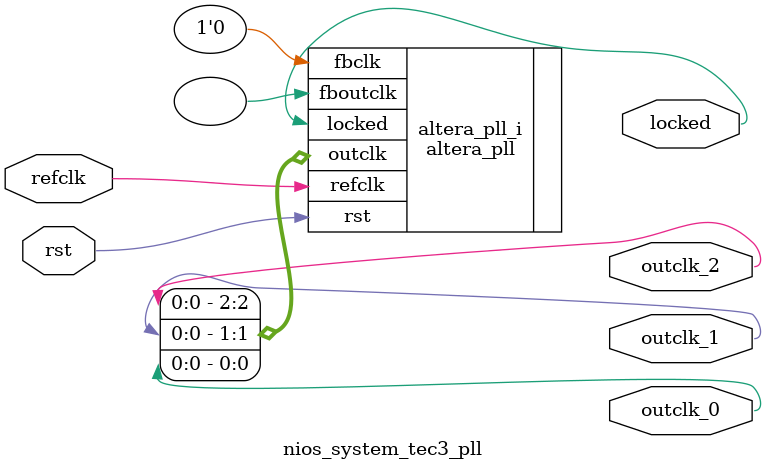
<source format=v>
`timescale 1ns/10ps
module  nios_system_tec3_pll(

	// interface 'refclk'
	input wire refclk,

	// interface 'reset'
	input wire rst,

	// interface 'outclk0'
	output wire outclk_0,

	// interface 'outclk1'
	output wire outclk_1,

	// interface 'outclk2'
	output wire outclk_2,

	// interface 'locked'
	output wire locked
);

	altera_pll #(
		.fractional_vco_multiplier("false"),
		.reference_clock_frequency("50.0 MHz"),
		.operation_mode("normal"),
		.number_of_clocks(3),
		.output_clock_frequency0("100.000000 MHz"),
		.phase_shift0("0 ps"),
		.duty_cycle0(50),
		.output_clock_frequency1("100.000000 MHz"),
		.phase_shift1("7500 ps"),
		.duty_cycle1(50),
		.output_clock_frequency2("50.000000 MHz"),
		.phase_shift2("0 ps"),
		.duty_cycle2(50),
		.output_clock_frequency3("0 MHz"),
		.phase_shift3("0 ps"),
		.duty_cycle3(50),
		.output_clock_frequency4("0 MHz"),
		.phase_shift4("0 ps"),
		.duty_cycle4(50),
		.output_clock_frequency5("0 MHz"),
		.phase_shift5("0 ps"),
		.duty_cycle5(50),
		.output_clock_frequency6("0 MHz"),
		.phase_shift6("0 ps"),
		.duty_cycle6(50),
		.output_clock_frequency7("0 MHz"),
		.phase_shift7("0 ps"),
		.duty_cycle7(50),
		.output_clock_frequency8("0 MHz"),
		.phase_shift8("0 ps"),
		.duty_cycle8(50),
		.output_clock_frequency9("0 MHz"),
		.phase_shift9("0 ps"),
		.duty_cycle9(50),
		.output_clock_frequency10("0 MHz"),
		.phase_shift10("0 ps"),
		.duty_cycle10(50),
		.output_clock_frequency11("0 MHz"),
		.phase_shift11("0 ps"),
		.duty_cycle11(50),
		.output_clock_frequency12("0 MHz"),
		.phase_shift12("0 ps"),
		.duty_cycle12(50),
		.output_clock_frequency13("0 MHz"),
		.phase_shift13("0 ps"),
		.duty_cycle13(50),
		.output_clock_frequency14("0 MHz"),
		.phase_shift14("0 ps"),
		.duty_cycle14(50),
		.output_clock_frequency15("0 MHz"),
		.phase_shift15("0 ps"),
		.duty_cycle15(50),
		.output_clock_frequency16("0 MHz"),
		.phase_shift16("0 ps"),
		.duty_cycle16(50),
		.output_clock_frequency17("0 MHz"),
		.phase_shift17("0 ps"),
		.duty_cycle17(50),
		.pll_type("General"),
		.pll_subtype("General")
	) altera_pll_i (
		.rst	(rst),
		.outclk	({outclk_2, outclk_1, outclk_0}),
		.locked	(locked),
		.fboutclk	( ),
		.fbclk	(1'b0),
		.refclk	(refclk)
	);
endmodule


</source>
